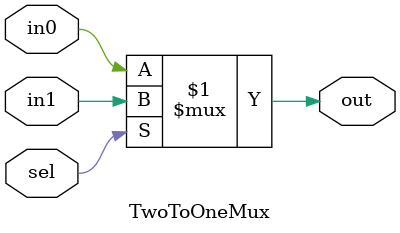
<source format=v>
module TwoToOneMux(out, sel, in1, in0);

output out;
input sel, in1, in0;

assign out = sel ? in1 : in0 ;

endmodule

</source>
